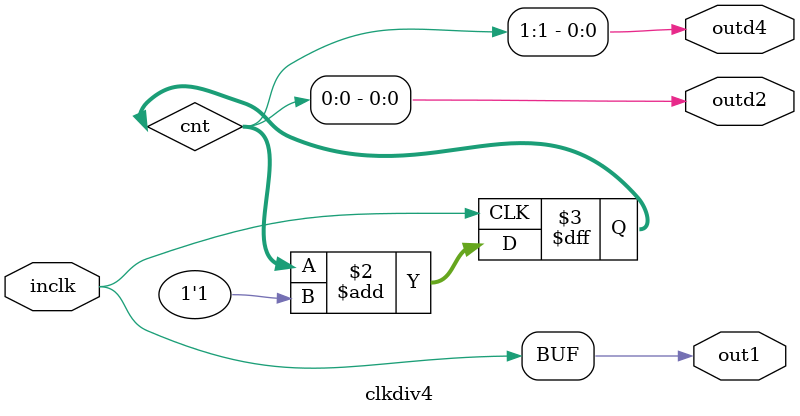
<source format=v>
module clkdiv4 (
    input  inclk,
    output out1,
    output outd2,
    output outd4
);
  reg [1:0] cnt;

  assign out1  = inclk;
  assign outd2 = cnt[0];
  assign outd4 = cnt[1];

  always @(posedge inclk) begin
    cnt <= cnt + 1'b1;
  end

endmodule

</source>
